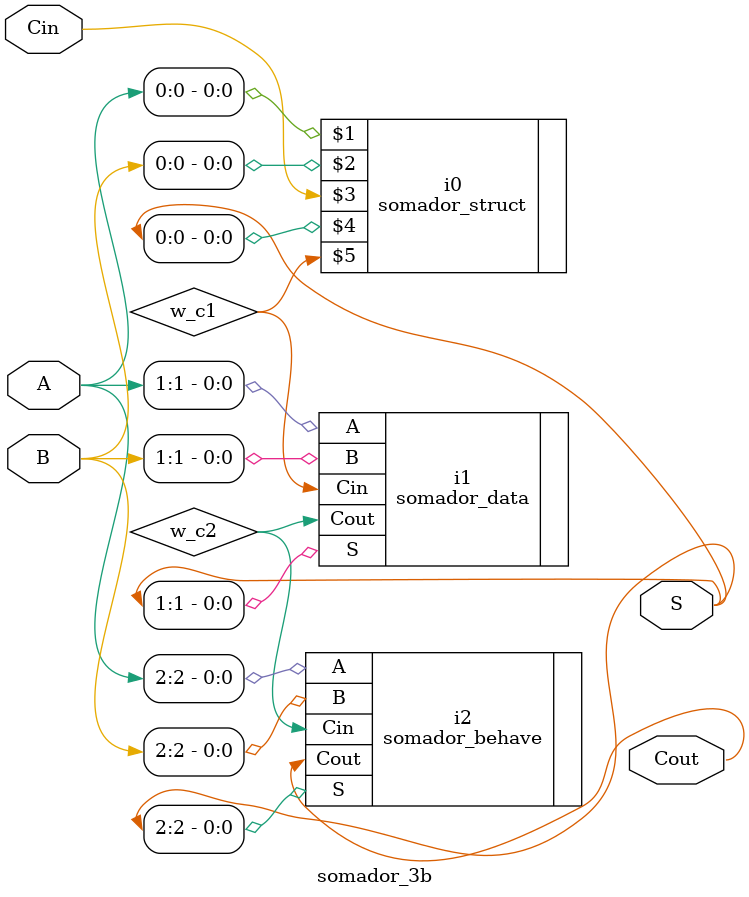
<source format=v>
module somador_3b (
    input [2:0] A,
    input [2:0] B,
    input Cin,
    output [2:0] S,
    output Cout
);

    wire w_c1, w_c2;

    somador_struct i0 (A[0], B[0], Cin, S[0], w_c1);
    somador_data i1 (.A(A[1]), .B(B[1]), .Cin(w_c1), .S(S[1]), .Cout(w_c2));
    somador_behave i2 (.A(A[2]), .B(B[2]), .Cin(w_c2), .S(S[2]), .Cout(Cout));
    
endmodule
</source>
